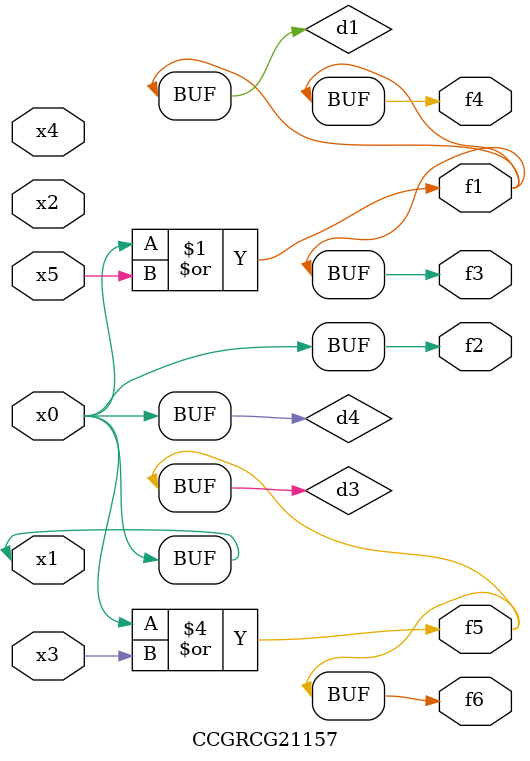
<source format=v>
module CCGRCG21157(
	input x0, x1, x2, x3, x4, x5,
	output f1, f2, f3, f4, f5, f6
);

	wire d1, d2, d3, d4;

	or (d1, x0, x5);
	xnor (d2, x1, x4);
	or (d3, x0, x3);
	buf (d4, x0, x1);
	assign f1 = d1;
	assign f2 = d4;
	assign f3 = d1;
	assign f4 = d1;
	assign f5 = d3;
	assign f6 = d3;
endmodule

</source>
